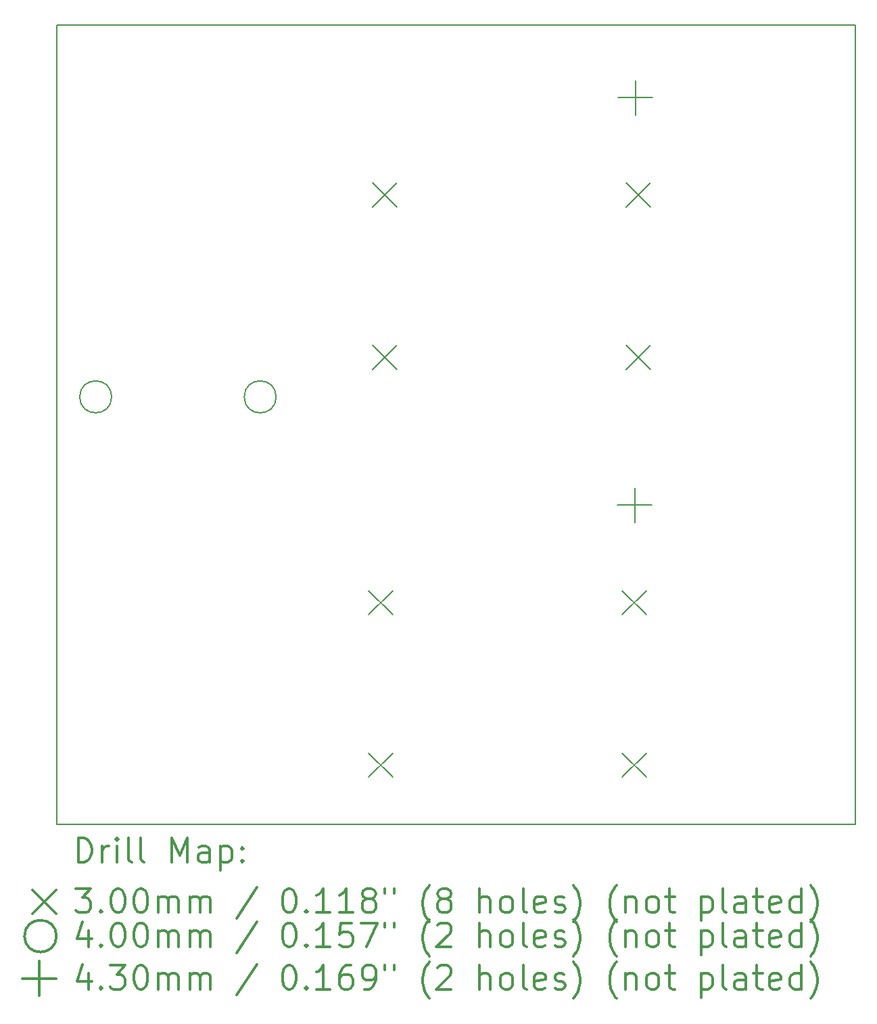
<source format=gbr>
%FSLAX45Y45*%
G04 Gerber Fmt 4.5, Leading zero omitted, Abs format (unit mm)*
G04 Created by KiCad (PCBNEW 4.0.3-stable) date 07/17/17 20:12:45*
%MOMM*%
%LPD*%
G01*
G04 APERTURE LIST*
%ADD10C,0.127000*%
%ADD11C,0.150000*%
%ADD12C,0.200000*%
%ADD13C,0.300000*%
G04 APERTURE END LIST*
D10*
D11*
X15000000Y-15000000D02*
X15000000Y-5000000D01*
X5000000Y-15000000D02*
X5000000Y-5000000D01*
X15000000Y-15000000D02*
X5000000Y-15000000D01*
X5000000Y-5000000D02*
X15000000Y-5000000D01*
D12*
X8904300Y-12077000D02*
X9204300Y-12377000D01*
X9204300Y-12077000D02*
X8904300Y-12377000D01*
X8904300Y-14109000D02*
X9204300Y-14409000D01*
X9204300Y-14109000D02*
X8904300Y-14409000D01*
X8954300Y-6977000D02*
X9254300Y-7277000D01*
X9254300Y-6977000D02*
X8954300Y-7277000D01*
X8954300Y-9009000D02*
X9254300Y-9309000D01*
X9254300Y-9009000D02*
X8954300Y-9309000D01*
X12079300Y-12077000D02*
X12379300Y-12377000D01*
X12379300Y-12077000D02*
X12079300Y-12377000D01*
X12079300Y-14109000D02*
X12379300Y-14409000D01*
X12379300Y-14109000D02*
X12079300Y-14409000D01*
X12129300Y-6977000D02*
X12429300Y-7277000D01*
X12429300Y-6977000D02*
X12129300Y-7277000D01*
X12129300Y-9009000D02*
X12429300Y-9309000D01*
X12429300Y-9009000D02*
X12129300Y-9309000D01*
X5683800Y-9652000D02*
G75*
G03X5683800Y-9652000I-200000J0D01*
G01*
X7743800Y-9652000D02*
G75*
G03X7743800Y-9652000I-200000J0D01*
G01*
X12232800Y-10792800D02*
X12232800Y-11222800D01*
X12017800Y-11007800D02*
X12447800Y-11007800D01*
X12242800Y-5692800D02*
X12242800Y-6122800D01*
X12027800Y-5907800D02*
X12457800Y-5907800D01*
D13*
X5263929Y-15473214D02*
X5263929Y-15173214D01*
X5335357Y-15173214D01*
X5378214Y-15187500D01*
X5406786Y-15216071D01*
X5421071Y-15244643D01*
X5435357Y-15301786D01*
X5435357Y-15344643D01*
X5421071Y-15401786D01*
X5406786Y-15430357D01*
X5378214Y-15458929D01*
X5335357Y-15473214D01*
X5263929Y-15473214D01*
X5563929Y-15473214D02*
X5563929Y-15273214D01*
X5563929Y-15330357D02*
X5578214Y-15301786D01*
X5592500Y-15287500D01*
X5621071Y-15273214D01*
X5649643Y-15273214D01*
X5749643Y-15473214D02*
X5749643Y-15273214D01*
X5749643Y-15173214D02*
X5735357Y-15187500D01*
X5749643Y-15201786D01*
X5763928Y-15187500D01*
X5749643Y-15173214D01*
X5749643Y-15201786D01*
X5935357Y-15473214D02*
X5906786Y-15458929D01*
X5892500Y-15430357D01*
X5892500Y-15173214D01*
X6092500Y-15473214D02*
X6063928Y-15458929D01*
X6049643Y-15430357D01*
X6049643Y-15173214D01*
X6435357Y-15473214D02*
X6435357Y-15173214D01*
X6535357Y-15387500D01*
X6635357Y-15173214D01*
X6635357Y-15473214D01*
X6906786Y-15473214D02*
X6906786Y-15316071D01*
X6892500Y-15287500D01*
X6863928Y-15273214D01*
X6806786Y-15273214D01*
X6778214Y-15287500D01*
X6906786Y-15458929D02*
X6878214Y-15473214D01*
X6806786Y-15473214D01*
X6778214Y-15458929D01*
X6763928Y-15430357D01*
X6763928Y-15401786D01*
X6778214Y-15373214D01*
X6806786Y-15358929D01*
X6878214Y-15358929D01*
X6906786Y-15344643D01*
X7049643Y-15273214D02*
X7049643Y-15573214D01*
X7049643Y-15287500D02*
X7078214Y-15273214D01*
X7135357Y-15273214D01*
X7163928Y-15287500D01*
X7178214Y-15301786D01*
X7192500Y-15330357D01*
X7192500Y-15416071D01*
X7178214Y-15444643D01*
X7163928Y-15458929D01*
X7135357Y-15473214D01*
X7078214Y-15473214D01*
X7049643Y-15458929D01*
X7321071Y-15444643D02*
X7335357Y-15458929D01*
X7321071Y-15473214D01*
X7306786Y-15458929D01*
X7321071Y-15444643D01*
X7321071Y-15473214D01*
X7321071Y-15287500D02*
X7335357Y-15301786D01*
X7321071Y-15316071D01*
X7306786Y-15301786D01*
X7321071Y-15287500D01*
X7321071Y-15316071D01*
X4692500Y-15817500D02*
X4992500Y-16117500D01*
X4992500Y-15817500D02*
X4692500Y-16117500D01*
X5235357Y-15803214D02*
X5421071Y-15803214D01*
X5321071Y-15917500D01*
X5363929Y-15917500D01*
X5392500Y-15931786D01*
X5406786Y-15946071D01*
X5421071Y-15974643D01*
X5421071Y-16046071D01*
X5406786Y-16074643D01*
X5392500Y-16088929D01*
X5363929Y-16103214D01*
X5278214Y-16103214D01*
X5249643Y-16088929D01*
X5235357Y-16074643D01*
X5549643Y-16074643D02*
X5563929Y-16088929D01*
X5549643Y-16103214D01*
X5535357Y-16088929D01*
X5549643Y-16074643D01*
X5549643Y-16103214D01*
X5749643Y-15803214D02*
X5778214Y-15803214D01*
X5806786Y-15817500D01*
X5821071Y-15831786D01*
X5835357Y-15860357D01*
X5849643Y-15917500D01*
X5849643Y-15988929D01*
X5835357Y-16046071D01*
X5821071Y-16074643D01*
X5806786Y-16088929D01*
X5778214Y-16103214D01*
X5749643Y-16103214D01*
X5721071Y-16088929D01*
X5706786Y-16074643D01*
X5692500Y-16046071D01*
X5678214Y-15988929D01*
X5678214Y-15917500D01*
X5692500Y-15860357D01*
X5706786Y-15831786D01*
X5721071Y-15817500D01*
X5749643Y-15803214D01*
X6035357Y-15803214D02*
X6063928Y-15803214D01*
X6092500Y-15817500D01*
X6106786Y-15831786D01*
X6121071Y-15860357D01*
X6135357Y-15917500D01*
X6135357Y-15988929D01*
X6121071Y-16046071D01*
X6106786Y-16074643D01*
X6092500Y-16088929D01*
X6063928Y-16103214D01*
X6035357Y-16103214D01*
X6006786Y-16088929D01*
X5992500Y-16074643D01*
X5978214Y-16046071D01*
X5963928Y-15988929D01*
X5963928Y-15917500D01*
X5978214Y-15860357D01*
X5992500Y-15831786D01*
X6006786Y-15817500D01*
X6035357Y-15803214D01*
X6263928Y-16103214D02*
X6263928Y-15903214D01*
X6263928Y-15931786D02*
X6278214Y-15917500D01*
X6306786Y-15903214D01*
X6349643Y-15903214D01*
X6378214Y-15917500D01*
X6392500Y-15946071D01*
X6392500Y-16103214D01*
X6392500Y-15946071D02*
X6406786Y-15917500D01*
X6435357Y-15903214D01*
X6478214Y-15903214D01*
X6506786Y-15917500D01*
X6521071Y-15946071D01*
X6521071Y-16103214D01*
X6663928Y-16103214D02*
X6663928Y-15903214D01*
X6663928Y-15931786D02*
X6678214Y-15917500D01*
X6706786Y-15903214D01*
X6749643Y-15903214D01*
X6778214Y-15917500D01*
X6792500Y-15946071D01*
X6792500Y-16103214D01*
X6792500Y-15946071D02*
X6806786Y-15917500D01*
X6835357Y-15903214D01*
X6878214Y-15903214D01*
X6906786Y-15917500D01*
X6921071Y-15946071D01*
X6921071Y-16103214D01*
X7506786Y-15788929D02*
X7249643Y-16174643D01*
X7892500Y-15803214D02*
X7921071Y-15803214D01*
X7949643Y-15817500D01*
X7963928Y-15831786D01*
X7978214Y-15860357D01*
X7992500Y-15917500D01*
X7992500Y-15988929D01*
X7978214Y-16046071D01*
X7963928Y-16074643D01*
X7949643Y-16088929D01*
X7921071Y-16103214D01*
X7892500Y-16103214D01*
X7863928Y-16088929D01*
X7849643Y-16074643D01*
X7835357Y-16046071D01*
X7821071Y-15988929D01*
X7821071Y-15917500D01*
X7835357Y-15860357D01*
X7849643Y-15831786D01*
X7863928Y-15817500D01*
X7892500Y-15803214D01*
X8121071Y-16074643D02*
X8135357Y-16088929D01*
X8121071Y-16103214D01*
X8106786Y-16088929D01*
X8121071Y-16074643D01*
X8121071Y-16103214D01*
X8421071Y-16103214D02*
X8249643Y-16103214D01*
X8335357Y-16103214D02*
X8335357Y-15803214D01*
X8306785Y-15846071D01*
X8278214Y-15874643D01*
X8249643Y-15888929D01*
X8706786Y-16103214D02*
X8535357Y-16103214D01*
X8621071Y-16103214D02*
X8621071Y-15803214D01*
X8592500Y-15846071D01*
X8563928Y-15874643D01*
X8535357Y-15888929D01*
X8878214Y-15931786D02*
X8849643Y-15917500D01*
X8835357Y-15903214D01*
X8821071Y-15874643D01*
X8821071Y-15860357D01*
X8835357Y-15831786D01*
X8849643Y-15817500D01*
X8878214Y-15803214D01*
X8935357Y-15803214D01*
X8963928Y-15817500D01*
X8978214Y-15831786D01*
X8992500Y-15860357D01*
X8992500Y-15874643D01*
X8978214Y-15903214D01*
X8963928Y-15917500D01*
X8935357Y-15931786D01*
X8878214Y-15931786D01*
X8849643Y-15946071D01*
X8835357Y-15960357D01*
X8821071Y-15988929D01*
X8821071Y-16046071D01*
X8835357Y-16074643D01*
X8849643Y-16088929D01*
X8878214Y-16103214D01*
X8935357Y-16103214D01*
X8963928Y-16088929D01*
X8978214Y-16074643D01*
X8992500Y-16046071D01*
X8992500Y-15988929D01*
X8978214Y-15960357D01*
X8963928Y-15946071D01*
X8935357Y-15931786D01*
X9106786Y-15803214D02*
X9106786Y-15860357D01*
X9221071Y-15803214D02*
X9221071Y-15860357D01*
X9663928Y-16217500D02*
X9649643Y-16203214D01*
X9621071Y-16160357D01*
X9606786Y-16131786D01*
X9592500Y-16088929D01*
X9578214Y-16017500D01*
X9578214Y-15960357D01*
X9592500Y-15888929D01*
X9606786Y-15846071D01*
X9621071Y-15817500D01*
X9649643Y-15774643D01*
X9663928Y-15760357D01*
X9821071Y-15931786D02*
X9792500Y-15917500D01*
X9778214Y-15903214D01*
X9763928Y-15874643D01*
X9763928Y-15860357D01*
X9778214Y-15831786D01*
X9792500Y-15817500D01*
X9821071Y-15803214D01*
X9878214Y-15803214D01*
X9906786Y-15817500D01*
X9921071Y-15831786D01*
X9935357Y-15860357D01*
X9935357Y-15874643D01*
X9921071Y-15903214D01*
X9906786Y-15917500D01*
X9878214Y-15931786D01*
X9821071Y-15931786D01*
X9792500Y-15946071D01*
X9778214Y-15960357D01*
X9763928Y-15988929D01*
X9763928Y-16046071D01*
X9778214Y-16074643D01*
X9792500Y-16088929D01*
X9821071Y-16103214D01*
X9878214Y-16103214D01*
X9906786Y-16088929D01*
X9921071Y-16074643D01*
X9935357Y-16046071D01*
X9935357Y-15988929D01*
X9921071Y-15960357D01*
X9906786Y-15946071D01*
X9878214Y-15931786D01*
X10292500Y-16103214D02*
X10292500Y-15803214D01*
X10421071Y-16103214D02*
X10421071Y-15946071D01*
X10406786Y-15917500D01*
X10378214Y-15903214D01*
X10335357Y-15903214D01*
X10306786Y-15917500D01*
X10292500Y-15931786D01*
X10606786Y-16103214D02*
X10578214Y-16088929D01*
X10563928Y-16074643D01*
X10549643Y-16046071D01*
X10549643Y-15960357D01*
X10563928Y-15931786D01*
X10578214Y-15917500D01*
X10606786Y-15903214D01*
X10649643Y-15903214D01*
X10678214Y-15917500D01*
X10692500Y-15931786D01*
X10706786Y-15960357D01*
X10706786Y-16046071D01*
X10692500Y-16074643D01*
X10678214Y-16088929D01*
X10649643Y-16103214D01*
X10606786Y-16103214D01*
X10878214Y-16103214D02*
X10849643Y-16088929D01*
X10835357Y-16060357D01*
X10835357Y-15803214D01*
X11106786Y-16088929D02*
X11078214Y-16103214D01*
X11021071Y-16103214D01*
X10992500Y-16088929D01*
X10978214Y-16060357D01*
X10978214Y-15946071D01*
X10992500Y-15917500D01*
X11021071Y-15903214D01*
X11078214Y-15903214D01*
X11106786Y-15917500D01*
X11121071Y-15946071D01*
X11121071Y-15974643D01*
X10978214Y-16003214D01*
X11235357Y-16088929D02*
X11263928Y-16103214D01*
X11321071Y-16103214D01*
X11349643Y-16088929D01*
X11363928Y-16060357D01*
X11363928Y-16046071D01*
X11349643Y-16017500D01*
X11321071Y-16003214D01*
X11278214Y-16003214D01*
X11249643Y-15988929D01*
X11235357Y-15960357D01*
X11235357Y-15946071D01*
X11249643Y-15917500D01*
X11278214Y-15903214D01*
X11321071Y-15903214D01*
X11349643Y-15917500D01*
X11463928Y-16217500D02*
X11478214Y-16203214D01*
X11506786Y-16160357D01*
X11521071Y-16131786D01*
X11535357Y-16088929D01*
X11549643Y-16017500D01*
X11549643Y-15960357D01*
X11535357Y-15888929D01*
X11521071Y-15846071D01*
X11506786Y-15817500D01*
X11478214Y-15774643D01*
X11463928Y-15760357D01*
X12006786Y-16217500D02*
X11992500Y-16203214D01*
X11963928Y-16160357D01*
X11949643Y-16131786D01*
X11935357Y-16088929D01*
X11921071Y-16017500D01*
X11921071Y-15960357D01*
X11935357Y-15888929D01*
X11949643Y-15846071D01*
X11963928Y-15817500D01*
X11992500Y-15774643D01*
X12006786Y-15760357D01*
X12121071Y-15903214D02*
X12121071Y-16103214D01*
X12121071Y-15931786D02*
X12135357Y-15917500D01*
X12163928Y-15903214D01*
X12206786Y-15903214D01*
X12235357Y-15917500D01*
X12249643Y-15946071D01*
X12249643Y-16103214D01*
X12435357Y-16103214D02*
X12406786Y-16088929D01*
X12392500Y-16074643D01*
X12378214Y-16046071D01*
X12378214Y-15960357D01*
X12392500Y-15931786D01*
X12406786Y-15917500D01*
X12435357Y-15903214D01*
X12478214Y-15903214D01*
X12506786Y-15917500D01*
X12521071Y-15931786D01*
X12535357Y-15960357D01*
X12535357Y-16046071D01*
X12521071Y-16074643D01*
X12506786Y-16088929D01*
X12478214Y-16103214D01*
X12435357Y-16103214D01*
X12621071Y-15903214D02*
X12735357Y-15903214D01*
X12663928Y-15803214D02*
X12663928Y-16060357D01*
X12678214Y-16088929D01*
X12706786Y-16103214D01*
X12735357Y-16103214D01*
X13063928Y-15903214D02*
X13063928Y-16203214D01*
X13063928Y-15917500D02*
X13092500Y-15903214D01*
X13149643Y-15903214D01*
X13178214Y-15917500D01*
X13192500Y-15931786D01*
X13206786Y-15960357D01*
X13206786Y-16046071D01*
X13192500Y-16074643D01*
X13178214Y-16088929D01*
X13149643Y-16103214D01*
X13092500Y-16103214D01*
X13063928Y-16088929D01*
X13378214Y-16103214D02*
X13349643Y-16088929D01*
X13335357Y-16060357D01*
X13335357Y-15803214D01*
X13621071Y-16103214D02*
X13621071Y-15946071D01*
X13606786Y-15917500D01*
X13578214Y-15903214D01*
X13521071Y-15903214D01*
X13492500Y-15917500D01*
X13621071Y-16088929D02*
X13592500Y-16103214D01*
X13521071Y-16103214D01*
X13492500Y-16088929D01*
X13478214Y-16060357D01*
X13478214Y-16031786D01*
X13492500Y-16003214D01*
X13521071Y-15988929D01*
X13592500Y-15988929D01*
X13621071Y-15974643D01*
X13721071Y-15903214D02*
X13835357Y-15903214D01*
X13763929Y-15803214D02*
X13763929Y-16060357D01*
X13778214Y-16088929D01*
X13806786Y-16103214D01*
X13835357Y-16103214D01*
X14049643Y-16088929D02*
X14021071Y-16103214D01*
X13963929Y-16103214D01*
X13935357Y-16088929D01*
X13921071Y-16060357D01*
X13921071Y-15946071D01*
X13935357Y-15917500D01*
X13963929Y-15903214D01*
X14021071Y-15903214D01*
X14049643Y-15917500D01*
X14063929Y-15946071D01*
X14063929Y-15974643D01*
X13921071Y-16003214D01*
X14321071Y-16103214D02*
X14321071Y-15803214D01*
X14321071Y-16088929D02*
X14292500Y-16103214D01*
X14235357Y-16103214D01*
X14206786Y-16088929D01*
X14192500Y-16074643D01*
X14178214Y-16046071D01*
X14178214Y-15960357D01*
X14192500Y-15931786D01*
X14206786Y-15917500D01*
X14235357Y-15903214D01*
X14292500Y-15903214D01*
X14321071Y-15917500D01*
X14435357Y-16217500D02*
X14449643Y-16203214D01*
X14478214Y-16160357D01*
X14492500Y-16131786D01*
X14506786Y-16088929D01*
X14521071Y-16017500D01*
X14521071Y-15960357D01*
X14506786Y-15888929D01*
X14492500Y-15846071D01*
X14478214Y-15817500D01*
X14449643Y-15774643D01*
X14435357Y-15760357D01*
X4992500Y-16397500D02*
G75*
G03X4992500Y-16397500I-200000J0D01*
G01*
X5392500Y-16333214D02*
X5392500Y-16533214D01*
X5321071Y-16218929D02*
X5249643Y-16433214D01*
X5435357Y-16433214D01*
X5549643Y-16504643D02*
X5563929Y-16518929D01*
X5549643Y-16533214D01*
X5535357Y-16518929D01*
X5549643Y-16504643D01*
X5549643Y-16533214D01*
X5749643Y-16233214D02*
X5778214Y-16233214D01*
X5806786Y-16247500D01*
X5821071Y-16261786D01*
X5835357Y-16290357D01*
X5849643Y-16347500D01*
X5849643Y-16418929D01*
X5835357Y-16476071D01*
X5821071Y-16504643D01*
X5806786Y-16518929D01*
X5778214Y-16533214D01*
X5749643Y-16533214D01*
X5721071Y-16518929D01*
X5706786Y-16504643D01*
X5692500Y-16476071D01*
X5678214Y-16418929D01*
X5678214Y-16347500D01*
X5692500Y-16290357D01*
X5706786Y-16261786D01*
X5721071Y-16247500D01*
X5749643Y-16233214D01*
X6035357Y-16233214D02*
X6063928Y-16233214D01*
X6092500Y-16247500D01*
X6106786Y-16261786D01*
X6121071Y-16290357D01*
X6135357Y-16347500D01*
X6135357Y-16418929D01*
X6121071Y-16476071D01*
X6106786Y-16504643D01*
X6092500Y-16518929D01*
X6063928Y-16533214D01*
X6035357Y-16533214D01*
X6006786Y-16518929D01*
X5992500Y-16504643D01*
X5978214Y-16476071D01*
X5963928Y-16418929D01*
X5963928Y-16347500D01*
X5978214Y-16290357D01*
X5992500Y-16261786D01*
X6006786Y-16247500D01*
X6035357Y-16233214D01*
X6263928Y-16533214D02*
X6263928Y-16333214D01*
X6263928Y-16361786D02*
X6278214Y-16347500D01*
X6306786Y-16333214D01*
X6349643Y-16333214D01*
X6378214Y-16347500D01*
X6392500Y-16376071D01*
X6392500Y-16533214D01*
X6392500Y-16376071D02*
X6406786Y-16347500D01*
X6435357Y-16333214D01*
X6478214Y-16333214D01*
X6506786Y-16347500D01*
X6521071Y-16376071D01*
X6521071Y-16533214D01*
X6663928Y-16533214D02*
X6663928Y-16333214D01*
X6663928Y-16361786D02*
X6678214Y-16347500D01*
X6706786Y-16333214D01*
X6749643Y-16333214D01*
X6778214Y-16347500D01*
X6792500Y-16376071D01*
X6792500Y-16533214D01*
X6792500Y-16376071D02*
X6806786Y-16347500D01*
X6835357Y-16333214D01*
X6878214Y-16333214D01*
X6906786Y-16347500D01*
X6921071Y-16376071D01*
X6921071Y-16533214D01*
X7506786Y-16218929D02*
X7249643Y-16604643D01*
X7892500Y-16233214D02*
X7921071Y-16233214D01*
X7949643Y-16247500D01*
X7963928Y-16261786D01*
X7978214Y-16290357D01*
X7992500Y-16347500D01*
X7992500Y-16418929D01*
X7978214Y-16476071D01*
X7963928Y-16504643D01*
X7949643Y-16518929D01*
X7921071Y-16533214D01*
X7892500Y-16533214D01*
X7863928Y-16518929D01*
X7849643Y-16504643D01*
X7835357Y-16476071D01*
X7821071Y-16418929D01*
X7821071Y-16347500D01*
X7835357Y-16290357D01*
X7849643Y-16261786D01*
X7863928Y-16247500D01*
X7892500Y-16233214D01*
X8121071Y-16504643D02*
X8135357Y-16518929D01*
X8121071Y-16533214D01*
X8106786Y-16518929D01*
X8121071Y-16504643D01*
X8121071Y-16533214D01*
X8421071Y-16533214D02*
X8249643Y-16533214D01*
X8335357Y-16533214D02*
X8335357Y-16233214D01*
X8306785Y-16276071D01*
X8278214Y-16304643D01*
X8249643Y-16318929D01*
X8692500Y-16233214D02*
X8549643Y-16233214D01*
X8535357Y-16376071D01*
X8549643Y-16361786D01*
X8578214Y-16347500D01*
X8649643Y-16347500D01*
X8678214Y-16361786D01*
X8692500Y-16376071D01*
X8706786Y-16404643D01*
X8706786Y-16476071D01*
X8692500Y-16504643D01*
X8678214Y-16518929D01*
X8649643Y-16533214D01*
X8578214Y-16533214D01*
X8549643Y-16518929D01*
X8535357Y-16504643D01*
X8806786Y-16233214D02*
X9006786Y-16233214D01*
X8878214Y-16533214D01*
X9106786Y-16233214D02*
X9106786Y-16290357D01*
X9221071Y-16233214D02*
X9221071Y-16290357D01*
X9663928Y-16647500D02*
X9649643Y-16633214D01*
X9621071Y-16590357D01*
X9606786Y-16561786D01*
X9592500Y-16518929D01*
X9578214Y-16447500D01*
X9578214Y-16390357D01*
X9592500Y-16318929D01*
X9606786Y-16276071D01*
X9621071Y-16247500D01*
X9649643Y-16204643D01*
X9663928Y-16190357D01*
X9763928Y-16261786D02*
X9778214Y-16247500D01*
X9806786Y-16233214D01*
X9878214Y-16233214D01*
X9906786Y-16247500D01*
X9921071Y-16261786D01*
X9935357Y-16290357D01*
X9935357Y-16318929D01*
X9921071Y-16361786D01*
X9749643Y-16533214D01*
X9935357Y-16533214D01*
X10292500Y-16533214D02*
X10292500Y-16233214D01*
X10421071Y-16533214D02*
X10421071Y-16376071D01*
X10406786Y-16347500D01*
X10378214Y-16333214D01*
X10335357Y-16333214D01*
X10306786Y-16347500D01*
X10292500Y-16361786D01*
X10606786Y-16533214D02*
X10578214Y-16518929D01*
X10563928Y-16504643D01*
X10549643Y-16476071D01*
X10549643Y-16390357D01*
X10563928Y-16361786D01*
X10578214Y-16347500D01*
X10606786Y-16333214D01*
X10649643Y-16333214D01*
X10678214Y-16347500D01*
X10692500Y-16361786D01*
X10706786Y-16390357D01*
X10706786Y-16476071D01*
X10692500Y-16504643D01*
X10678214Y-16518929D01*
X10649643Y-16533214D01*
X10606786Y-16533214D01*
X10878214Y-16533214D02*
X10849643Y-16518929D01*
X10835357Y-16490357D01*
X10835357Y-16233214D01*
X11106786Y-16518929D02*
X11078214Y-16533214D01*
X11021071Y-16533214D01*
X10992500Y-16518929D01*
X10978214Y-16490357D01*
X10978214Y-16376071D01*
X10992500Y-16347500D01*
X11021071Y-16333214D01*
X11078214Y-16333214D01*
X11106786Y-16347500D01*
X11121071Y-16376071D01*
X11121071Y-16404643D01*
X10978214Y-16433214D01*
X11235357Y-16518929D02*
X11263928Y-16533214D01*
X11321071Y-16533214D01*
X11349643Y-16518929D01*
X11363928Y-16490357D01*
X11363928Y-16476071D01*
X11349643Y-16447500D01*
X11321071Y-16433214D01*
X11278214Y-16433214D01*
X11249643Y-16418929D01*
X11235357Y-16390357D01*
X11235357Y-16376071D01*
X11249643Y-16347500D01*
X11278214Y-16333214D01*
X11321071Y-16333214D01*
X11349643Y-16347500D01*
X11463928Y-16647500D02*
X11478214Y-16633214D01*
X11506786Y-16590357D01*
X11521071Y-16561786D01*
X11535357Y-16518929D01*
X11549643Y-16447500D01*
X11549643Y-16390357D01*
X11535357Y-16318929D01*
X11521071Y-16276071D01*
X11506786Y-16247500D01*
X11478214Y-16204643D01*
X11463928Y-16190357D01*
X12006786Y-16647500D02*
X11992500Y-16633214D01*
X11963928Y-16590357D01*
X11949643Y-16561786D01*
X11935357Y-16518929D01*
X11921071Y-16447500D01*
X11921071Y-16390357D01*
X11935357Y-16318929D01*
X11949643Y-16276071D01*
X11963928Y-16247500D01*
X11992500Y-16204643D01*
X12006786Y-16190357D01*
X12121071Y-16333214D02*
X12121071Y-16533214D01*
X12121071Y-16361786D02*
X12135357Y-16347500D01*
X12163928Y-16333214D01*
X12206786Y-16333214D01*
X12235357Y-16347500D01*
X12249643Y-16376071D01*
X12249643Y-16533214D01*
X12435357Y-16533214D02*
X12406786Y-16518929D01*
X12392500Y-16504643D01*
X12378214Y-16476071D01*
X12378214Y-16390357D01*
X12392500Y-16361786D01*
X12406786Y-16347500D01*
X12435357Y-16333214D01*
X12478214Y-16333214D01*
X12506786Y-16347500D01*
X12521071Y-16361786D01*
X12535357Y-16390357D01*
X12535357Y-16476071D01*
X12521071Y-16504643D01*
X12506786Y-16518929D01*
X12478214Y-16533214D01*
X12435357Y-16533214D01*
X12621071Y-16333214D02*
X12735357Y-16333214D01*
X12663928Y-16233214D02*
X12663928Y-16490357D01*
X12678214Y-16518929D01*
X12706786Y-16533214D01*
X12735357Y-16533214D01*
X13063928Y-16333214D02*
X13063928Y-16633214D01*
X13063928Y-16347500D02*
X13092500Y-16333214D01*
X13149643Y-16333214D01*
X13178214Y-16347500D01*
X13192500Y-16361786D01*
X13206786Y-16390357D01*
X13206786Y-16476071D01*
X13192500Y-16504643D01*
X13178214Y-16518929D01*
X13149643Y-16533214D01*
X13092500Y-16533214D01*
X13063928Y-16518929D01*
X13378214Y-16533214D02*
X13349643Y-16518929D01*
X13335357Y-16490357D01*
X13335357Y-16233214D01*
X13621071Y-16533214D02*
X13621071Y-16376071D01*
X13606786Y-16347500D01*
X13578214Y-16333214D01*
X13521071Y-16333214D01*
X13492500Y-16347500D01*
X13621071Y-16518929D02*
X13592500Y-16533214D01*
X13521071Y-16533214D01*
X13492500Y-16518929D01*
X13478214Y-16490357D01*
X13478214Y-16461786D01*
X13492500Y-16433214D01*
X13521071Y-16418929D01*
X13592500Y-16418929D01*
X13621071Y-16404643D01*
X13721071Y-16333214D02*
X13835357Y-16333214D01*
X13763929Y-16233214D02*
X13763929Y-16490357D01*
X13778214Y-16518929D01*
X13806786Y-16533214D01*
X13835357Y-16533214D01*
X14049643Y-16518929D02*
X14021071Y-16533214D01*
X13963929Y-16533214D01*
X13935357Y-16518929D01*
X13921071Y-16490357D01*
X13921071Y-16376071D01*
X13935357Y-16347500D01*
X13963929Y-16333214D01*
X14021071Y-16333214D01*
X14049643Y-16347500D01*
X14063929Y-16376071D01*
X14063929Y-16404643D01*
X13921071Y-16433214D01*
X14321071Y-16533214D02*
X14321071Y-16233214D01*
X14321071Y-16518929D02*
X14292500Y-16533214D01*
X14235357Y-16533214D01*
X14206786Y-16518929D01*
X14192500Y-16504643D01*
X14178214Y-16476071D01*
X14178214Y-16390357D01*
X14192500Y-16361786D01*
X14206786Y-16347500D01*
X14235357Y-16333214D01*
X14292500Y-16333214D01*
X14321071Y-16347500D01*
X14435357Y-16647500D02*
X14449643Y-16633214D01*
X14478214Y-16590357D01*
X14492500Y-16561786D01*
X14506786Y-16518929D01*
X14521071Y-16447500D01*
X14521071Y-16390357D01*
X14506786Y-16318929D01*
X14492500Y-16276071D01*
X14478214Y-16247500D01*
X14449643Y-16204643D01*
X14435357Y-16190357D01*
X4777500Y-16712500D02*
X4777500Y-17142500D01*
X4562500Y-16927500D02*
X4992500Y-16927500D01*
X5392500Y-16863214D02*
X5392500Y-17063214D01*
X5321071Y-16748929D02*
X5249643Y-16963214D01*
X5435357Y-16963214D01*
X5549643Y-17034643D02*
X5563929Y-17048929D01*
X5549643Y-17063214D01*
X5535357Y-17048929D01*
X5549643Y-17034643D01*
X5549643Y-17063214D01*
X5663928Y-16763214D02*
X5849643Y-16763214D01*
X5749643Y-16877500D01*
X5792500Y-16877500D01*
X5821071Y-16891786D01*
X5835357Y-16906072D01*
X5849643Y-16934643D01*
X5849643Y-17006072D01*
X5835357Y-17034643D01*
X5821071Y-17048929D01*
X5792500Y-17063214D01*
X5706786Y-17063214D01*
X5678214Y-17048929D01*
X5663928Y-17034643D01*
X6035357Y-16763214D02*
X6063928Y-16763214D01*
X6092500Y-16777500D01*
X6106786Y-16791786D01*
X6121071Y-16820357D01*
X6135357Y-16877500D01*
X6135357Y-16948929D01*
X6121071Y-17006072D01*
X6106786Y-17034643D01*
X6092500Y-17048929D01*
X6063928Y-17063214D01*
X6035357Y-17063214D01*
X6006786Y-17048929D01*
X5992500Y-17034643D01*
X5978214Y-17006072D01*
X5963928Y-16948929D01*
X5963928Y-16877500D01*
X5978214Y-16820357D01*
X5992500Y-16791786D01*
X6006786Y-16777500D01*
X6035357Y-16763214D01*
X6263928Y-17063214D02*
X6263928Y-16863214D01*
X6263928Y-16891786D02*
X6278214Y-16877500D01*
X6306786Y-16863214D01*
X6349643Y-16863214D01*
X6378214Y-16877500D01*
X6392500Y-16906072D01*
X6392500Y-17063214D01*
X6392500Y-16906072D02*
X6406786Y-16877500D01*
X6435357Y-16863214D01*
X6478214Y-16863214D01*
X6506786Y-16877500D01*
X6521071Y-16906072D01*
X6521071Y-17063214D01*
X6663928Y-17063214D02*
X6663928Y-16863214D01*
X6663928Y-16891786D02*
X6678214Y-16877500D01*
X6706786Y-16863214D01*
X6749643Y-16863214D01*
X6778214Y-16877500D01*
X6792500Y-16906072D01*
X6792500Y-17063214D01*
X6792500Y-16906072D02*
X6806786Y-16877500D01*
X6835357Y-16863214D01*
X6878214Y-16863214D01*
X6906786Y-16877500D01*
X6921071Y-16906072D01*
X6921071Y-17063214D01*
X7506786Y-16748929D02*
X7249643Y-17134643D01*
X7892500Y-16763214D02*
X7921071Y-16763214D01*
X7949643Y-16777500D01*
X7963928Y-16791786D01*
X7978214Y-16820357D01*
X7992500Y-16877500D01*
X7992500Y-16948929D01*
X7978214Y-17006072D01*
X7963928Y-17034643D01*
X7949643Y-17048929D01*
X7921071Y-17063214D01*
X7892500Y-17063214D01*
X7863928Y-17048929D01*
X7849643Y-17034643D01*
X7835357Y-17006072D01*
X7821071Y-16948929D01*
X7821071Y-16877500D01*
X7835357Y-16820357D01*
X7849643Y-16791786D01*
X7863928Y-16777500D01*
X7892500Y-16763214D01*
X8121071Y-17034643D02*
X8135357Y-17048929D01*
X8121071Y-17063214D01*
X8106786Y-17048929D01*
X8121071Y-17034643D01*
X8121071Y-17063214D01*
X8421071Y-17063214D02*
X8249643Y-17063214D01*
X8335357Y-17063214D02*
X8335357Y-16763214D01*
X8306785Y-16806072D01*
X8278214Y-16834643D01*
X8249643Y-16848929D01*
X8678214Y-16763214D02*
X8621071Y-16763214D01*
X8592500Y-16777500D01*
X8578214Y-16791786D01*
X8549643Y-16834643D01*
X8535357Y-16891786D01*
X8535357Y-17006072D01*
X8549643Y-17034643D01*
X8563928Y-17048929D01*
X8592500Y-17063214D01*
X8649643Y-17063214D01*
X8678214Y-17048929D01*
X8692500Y-17034643D01*
X8706786Y-17006072D01*
X8706786Y-16934643D01*
X8692500Y-16906072D01*
X8678214Y-16891786D01*
X8649643Y-16877500D01*
X8592500Y-16877500D01*
X8563928Y-16891786D01*
X8549643Y-16906072D01*
X8535357Y-16934643D01*
X8849643Y-17063214D02*
X8906786Y-17063214D01*
X8935357Y-17048929D01*
X8949643Y-17034643D01*
X8978214Y-16991786D01*
X8992500Y-16934643D01*
X8992500Y-16820357D01*
X8978214Y-16791786D01*
X8963928Y-16777500D01*
X8935357Y-16763214D01*
X8878214Y-16763214D01*
X8849643Y-16777500D01*
X8835357Y-16791786D01*
X8821071Y-16820357D01*
X8821071Y-16891786D01*
X8835357Y-16920357D01*
X8849643Y-16934643D01*
X8878214Y-16948929D01*
X8935357Y-16948929D01*
X8963928Y-16934643D01*
X8978214Y-16920357D01*
X8992500Y-16891786D01*
X9106786Y-16763214D02*
X9106786Y-16820357D01*
X9221071Y-16763214D02*
X9221071Y-16820357D01*
X9663928Y-17177500D02*
X9649643Y-17163214D01*
X9621071Y-17120357D01*
X9606786Y-17091786D01*
X9592500Y-17048929D01*
X9578214Y-16977500D01*
X9578214Y-16920357D01*
X9592500Y-16848929D01*
X9606786Y-16806072D01*
X9621071Y-16777500D01*
X9649643Y-16734643D01*
X9663928Y-16720357D01*
X9763928Y-16791786D02*
X9778214Y-16777500D01*
X9806786Y-16763214D01*
X9878214Y-16763214D01*
X9906786Y-16777500D01*
X9921071Y-16791786D01*
X9935357Y-16820357D01*
X9935357Y-16848929D01*
X9921071Y-16891786D01*
X9749643Y-17063214D01*
X9935357Y-17063214D01*
X10292500Y-17063214D02*
X10292500Y-16763214D01*
X10421071Y-17063214D02*
X10421071Y-16906072D01*
X10406786Y-16877500D01*
X10378214Y-16863214D01*
X10335357Y-16863214D01*
X10306786Y-16877500D01*
X10292500Y-16891786D01*
X10606786Y-17063214D02*
X10578214Y-17048929D01*
X10563928Y-17034643D01*
X10549643Y-17006072D01*
X10549643Y-16920357D01*
X10563928Y-16891786D01*
X10578214Y-16877500D01*
X10606786Y-16863214D01*
X10649643Y-16863214D01*
X10678214Y-16877500D01*
X10692500Y-16891786D01*
X10706786Y-16920357D01*
X10706786Y-17006072D01*
X10692500Y-17034643D01*
X10678214Y-17048929D01*
X10649643Y-17063214D01*
X10606786Y-17063214D01*
X10878214Y-17063214D02*
X10849643Y-17048929D01*
X10835357Y-17020357D01*
X10835357Y-16763214D01*
X11106786Y-17048929D02*
X11078214Y-17063214D01*
X11021071Y-17063214D01*
X10992500Y-17048929D01*
X10978214Y-17020357D01*
X10978214Y-16906072D01*
X10992500Y-16877500D01*
X11021071Y-16863214D01*
X11078214Y-16863214D01*
X11106786Y-16877500D01*
X11121071Y-16906072D01*
X11121071Y-16934643D01*
X10978214Y-16963214D01*
X11235357Y-17048929D02*
X11263928Y-17063214D01*
X11321071Y-17063214D01*
X11349643Y-17048929D01*
X11363928Y-17020357D01*
X11363928Y-17006072D01*
X11349643Y-16977500D01*
X11321071Y-16963214D01*
X11278214Y-16963214D01*
X11249643Y-16948929D01*
X11235357Y-16920357D01*
X11235357Y-16906072D01*
X11249643Y-16877500D01*
X11278214Y-16863214D01*
X11321071Y-16863214D01*
X11349643Y-16877500D01*
X11463928Y-17177500D02*
X11478214Y-17163214D01*
X11506786Y-17120357D01*
X11521071Y-17091786D01*
X11535357Y-17048929D01*
X11549643Y-16977500D01*
X11549643Y-16920357D01*
X11535357Y-16848929D01*
X11521071Y-16806072D01*
X11506786Y-16777500D01*
X11478214Y-16734643D01*
X11463928Y-16720357D01*
X12006786Y-17177500D02*
X11992500Y-17163214D01*
X11963928Y-17120357D01*
X11949643Y-17091786D01*
X11935357Y-17048929D01*
X11921071Y-16977500D01*
X11921071Y-16920357D01*
X11935357Y-16848929D01*
X11949643Y-16806072D01*
X11963928Y-16777500D01*
X11992500Y-16734643D01*
X12006786Y-16720357D01*
X12121071Y-16863214D02*
X12121071Y-17063214D01*
X12121071Y-16891786D02*
X12135357Y-16877500D01*
X12163928Y-16863214D01*
X12206786Y-16863214D01*
X12235357Y-16877500D01*
X12249643Y-16906072D01*
X12249643Y-17063214D01*
X12435357Y-17063214D02*
X12406786Y-17048929D01*
X12392500Y-17034643D01*
X12378214Y-17006072D01*
X12378214Y-16920357D01*
X12392500Y-16891786D01*
X12406786Y-16877500D01*
X12435357Y-16863214D01*
X12478214Y-16863214D01*
X12506786Y-16877500D01*
X12521071Y-16891786D01*
X12535357Y-16920357D01*
X12535357Y-17006072D01*
X12521071Y-17034643D01*
X12506786Y-17048929D01*
X12478214Y-17063214D01*
X12435357Y-17063214D01*
X12621071Y-16863214D02*
X12735357Y-16863214D01*
X12663928Y-16763214D02*
X12663928Y-17020357D01*
X12678214Y-17048929D01*
X12706786Y-17063214D01*
X12735357Y-17063214D01*
X13063928Y-16863214D02*
X13063928Y-17163214D01*
X13063928Y-16877500D02*
X13092500Y-16863214D01*
X13149643Y-16863214D01*
X13178214Y-16877500D01*
X13192500Y-16891786D01*
X13206786Y-16920357D01*
X13206786Y-17006072D01*
X13192500Y-17034643D01*
X13178214Y-17048929D01*
X13149643Y-17063214D01*
X13092500Y-17063214D01*
X13063928Y-17048929D01*
X13378214Y-17063214D02*
X13349643Y-17048929D01*
X13335357Y-17020357D01*
X13335357Y-16763214D01*
X13621071Y-17063214D02*
X13621071Y-16906072D01*
X13606786Y-16877500D01*
X13578214Y-16863214D01*
X13521071Y-16863214D01*
X13492500Y-16877500D01*
X13621071Y-17048929D02*
X13592500Y-17063214D01*
X13521071Y-17063214D01*
X13492500Y-17048929D01*
X13478214Y-17020357D01*
X13478214Y-16991786D01*
X13492500Y-16963214D01*
X13521071Y-16948929D01*
X13592500Y-16948929D01*
X13621071Y-16934643D01*
X13721071Y-16863214D02*
X13835357Y-16863214D01*
X13763929Y-16763214D02*
X13763929Y-17020357D01*
X13778214Y-17048929D01*
X13806786Y-17063214D01*
X13835357Y-17063214D01*
X14049643Y-17048929D02*
X14021071Y-17063214D01*
X13963929Y-17063214D01*
X13935357Y-17048929D01*
X13921071Y-17020357D01*
X13921071Y-16906072D01*
X13935357Y-16877500D01*
X13963929Y-16863214D01*
X14021071Y-16863214D01*
X14049643Y-16877500D01*
X14063929Y-16906072D01*
X14063929Y-16934643D01*
X13921071Y-16963214D01*
X14321071Y-17063214D02*
X14321071Y-16763214D01*
X14321071Y-17048929D02*
X14292500Y-17063214D01*
X14235357Y-17063214D01*
X14206786Y-17048929D01*
X14192500Y-17034643D01*
X14178214Y-17006072D01*
X14178214Y-16920357D01*
X14192500Y-16891786D01*
X14206786Y-16877500D01*
X14235357Y-16863214D01*
X14292500Y-16863214D01*
X14321071Y-16877500D01*
X14435357Y-17177500D02*
X14449643Y-17163214D01*
X14478214Y-17120357D01*
X14492500Y-17091786D01*
X14506786Y-17048929D01*
X14521071Y-16977500D01*
X14521071Y-16920357D01*
X14506786Y-16848929D01*
X14492500Y-16806072D01*
X14478214Y-16777500D01*
X14449643Y-16734643D01*
X14435357Y-16720357D01*
M02*

</source>
